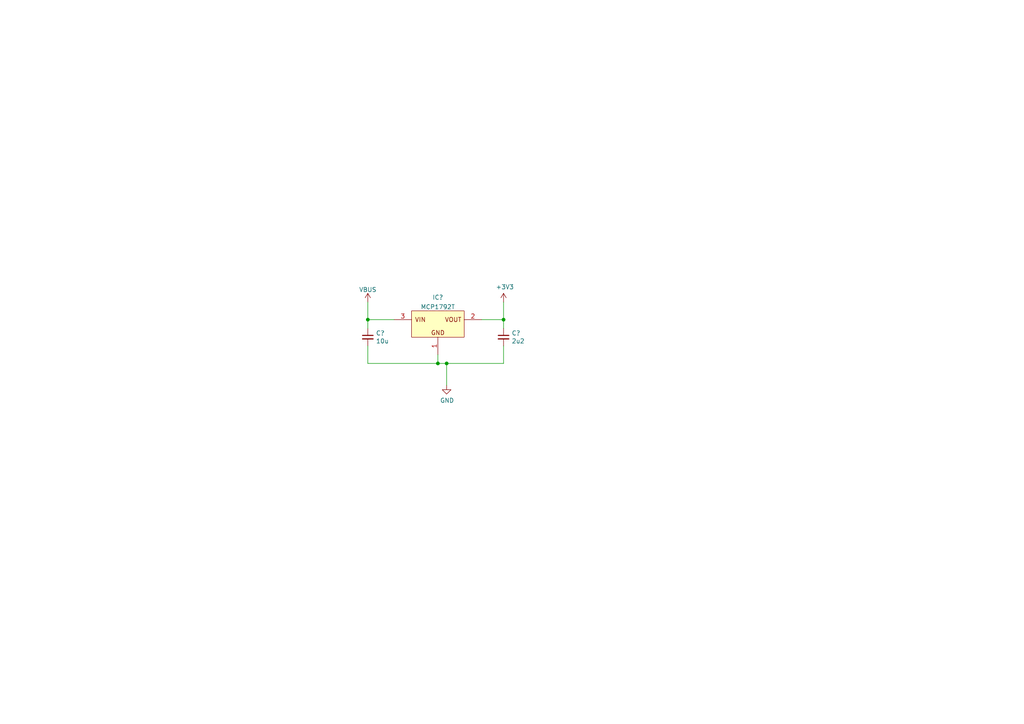
<source format=kicad_sch>
(kicad_sch (version 20230121) (generator eeschema)
  (paper "A4")
  (title_block (title "LDO Power Supply") (date "2023-03-17") (rev "1") (company "Cuprum77"))
  (lib_symbols
    (symbol "Device:C_Small" (pin_numbers hide) (pin_names (offset 0.254) hide)
      (property "Reference" "C" (at 0.254 1.778 0))
      (property "Value" "C_Small" (at 0.254 -2.032 0))
      (symbol "C_Small_0_1"
        (polyline (pts (xy -1.524 -0.508) (xy 1.524 -0.508)) (stroke (width 0.3302)))
        (polyline (pts (xy -1.524 0.508) (xy 1.524 0.508)) (stroke (width 0.3048)))
      )
      (symbol "C_Small_1_1"
        (pin passive line (at 0 2.54 270) (length 2.032) (name "~") (number "1"))
        (pin passive line (at 0 -2.54 90) (length 2.032) (name "~") (number "2"))
      )
    )
    (symbol "SamacSys_Parts:MCP1792T-3302H_CB" (pin_names (offset 0.762))
      (property "Reference" "IC?" (at 13.97 6.4557 0))
      (property "Value" "MCP1792T-3302H_CB" (at 13.97 3.6806 0))
      (symbol "MCP1792T-3302H_CB_0_0"
        (text "GND" (at 12.7 -3.81 0) (effects (font (size 1.27 1.27))))
        (text "VIN" (at 7.62 0 0) (effects (font (size 1.27 1.27))))
        (text "VOUT" (at 17.145 0 0) (effects (font (size 1.27 1.27))))
        (pin passive line (at 12.7 -10.16 90) (length 5.08) (name "") (number "1"))
        (pin passive line (at 25.4 0 180) (length 5.08) (name "") (number "2"))
        (pin passive line (at 0 0 0) (length 5.08) (name "") (number "3"))
      )
      (symbol "MCP1792T-3302H_CB_0_1"
        (polyline (pts (xy 5.08 2.54) (xy 20.32 2.54) (xy 20.32 -5.08) (xy 5.08 -5.08) (xy 5.08 2.54)) (stroke (width 0.1524)) (fill (type background)))
      )
    )
    (symbol "power:+3V3" (power) (pin_names (offset 0))
      (property "Value" "+3V3" (at 0 3.556 0))
      (symbol "+3V3_0_1"
        (polyline (pts (xy -0.762 1.27) (xy 0 2.54)))
        (polyline (pts (xy 0 0) (xy 0 2.54)))
        (polyline (pts (xy 0 2.54) (xy 0.762 1.27)))
      )
      (symbol "+3V3_1_1"
        (pin power_in line (at 0 0 90) (length 0) hide (name "+3V3") (number "1"))
      )
    )
    (symbol "power:GND" (power) (pin_names (offset 0))
      (property "Value" "GND" (at 0 -3.81 0))
      (symbol "GND_0_1"
        (polyline (pts (xy 0 0) (xy 0 -1.27) (xy 1.27 -1.27) (xy 0 -2.54) (xy -1.27 -1.27) (xy 0 -1.27)))
      )
      (symbol "GND_1_1"
        (pin power_in line (at 0 0 270) (length 0) hide (name "GND") (number "1"))
      )
    )
    (symbol "power:VBUS" (power) (pin_names (offset 0))
      (property "Value" "VBUS" (at 0 3.81 0))
      (symbol "VBUS_0_1"
        (polyline (pts (xy -0.762 1.27) (xy 0 2.54)))
        (polyline (pts (xy 0 0) (xy 0 2.54)))
        (polyline (pts (xy 0 2.54) (xy 0.762 1.27)))
      )
      (symbol "VBUS_1_1"
        (pin power_in line (at 0 0 90) (length 0) hide (name "VBUS") (number "1"))
      )
    )
  )
  (junction (at 129.54 105.41))
  (junction (at 127 105.41))
  (junction (at 146.05 92.71))
  (junction (at 106.68 92.71))
  (wire (pts (xy 106.68 92.71) (xy 114.3 92.71)))
  (wire (pts (xy 146.05 87.63) (xy 146.05 92.71)))
  (wire (pts (xy 139.7 92.71) (xy 146.05 92.71)))
  (wire (pts (xy 106.68 105.41) (xy 127 105.41)))
  (wire (pts (xy 129.54 105.41) (xy 146.05 105.41)))
  (wire (pts (xy 146.05 100.33) (xy 146.05 105.41)))
  (wire (pts (xy 106.68 100.33) (xy 106.68 105.41)))
  (wire (pts (xy 106.68 87.63) (xy 106.68 92.71)))
  (wire (pts (xy 127 105.41) (xy 129.54 105.41)))
  (wire (pts (xy 127 102.87) (xy 127 105.41)))
  (wire (pts (xy 129.54 111.76) (xy 129.54 105.41)))
  (wire (pts (xy 106.68 92.71) (xy 106.68 95.25)))
  (wire (pts (xy 146.05 92.71) (xy 146.05 95.25)))
  (symbol (lib_id "Device:C_Small") (at 146.05 97.79 0) (unit 1)
    (property "Reference" "C?" (at 148.3868 96.6216 0) (effects (justify left)))
    (property "Value" "2u2" (at 148.3868 98.933 0) (effects (justify left)))
    (property "Footprint" "KiCAD Library:C_0603_1608Metric" (effects hide))
    (instances (project "USB-PD" (path "" (reference "C?") (unit 1)) (path "" (reference "C20") (unit 1))))
  )
  (symbol (lib_id "SamacSys_Parts:MCP1792T-3302H_CB") (at 114.3 92.71 0) (unit 1)
    (property "Reference" "IC?" (at 127 86.2543 0))
    (property "Value" "MCP1792T" (at 127 89.0294 0))
    (property "Footprint" "Package_TO_SOT_SMD:SOT-23" (effects hide))
    (property "Datasheet" "https://4donline.ihs.com/images/VipMasterIC/IC/MCHP/MCHP-S-A0008597986/MCHP-S-A0008597986-1.pdf?hkey=EF798316E3902B6ED9A73243A3159BB0" (effects hide))
    (property "Description" "LDO Voltage Regulators High input voltage regulator 3.3V 3Ld SOT-23A TR" (effects hide))
    (property "Height" "1.45" (effects hide))
    (property "Mouser Part Number" "579-MCP1792T-3302HCB" (effects hide))
    (property "Mouser Price/Stock" "https://www.mouser.co.uk/ProductDetail/Microchip-Technology/MCP1792T-3302H-CB?qs=mAH9sUMRCtsJR7ybQ6HmQA%3D%3D" (effects hide))
    (property "Manufacturer_Name" "Microchip" (effects hide))
    (property "Manufacturer_Part_Number" "MCP1792T-3302H/CB" (effects hide))
    (instances (project "USB-PD" (path "" (reference "IC?") (unit 1)) (path "" (reference "IC1") (unit 1))))
  )
  (symbol (lib_id "power:+3V3") (at 146.05 87.63 0) (unit 1)
    (property "Reference" "#PWR?" (effects hide))
    (property "Value" "+3V3" (at 146.431 83.2358 0))
    (instances (project "USB-PD" (path "" (reference "#PWR?") (unit 1)) (path "" (reference "#PWR040") (unit 1))))
  )
  (symbol (lib_id "power:VBUS") (at 106.68 87.63 0) (unit 1)
    (property "Reference" "#PWR?" (effects hide))
    (property "Value" "VBUS" (at 106.68 84.0255 0))
    (instances (project "USB-PD" (path "" (reference "#PWR?") (unit 1)) (path "" (reference "#PWR038") (unit 1))))
  )
  (symbol (lib_id "Device:C_Small") (at 106.68 97.79 0) (unit 1)
    (property "Reference" "C?" (at 109.0168 96.6216 0) (effects (justify left)))
    (property "Value" "10u" (at 109.0168 98.933 0) (effects (justify left)))
    (property "Footprint" "KiCAD Library:C_0603_1608Metric" (effects hide))
    (instances (project "USB-PD" (path "" (reference "C?") (unit 1)) (path "" (reference "C17") (unit 1))))
  )
  (symbol (lib_id "power:GND") (at 129.54 111.76 0) (unit 1)
    (property "Reference" "#PWR?" (effects hide))
    (property "Value" "GND" (at 129.667 116.1542 0))
    (instances (project "USB-PD" (path "" (reference "#PWR?") (unit 1)) (path "" (reference "#PWR039") (unit 1))))
  )
)
</source>
